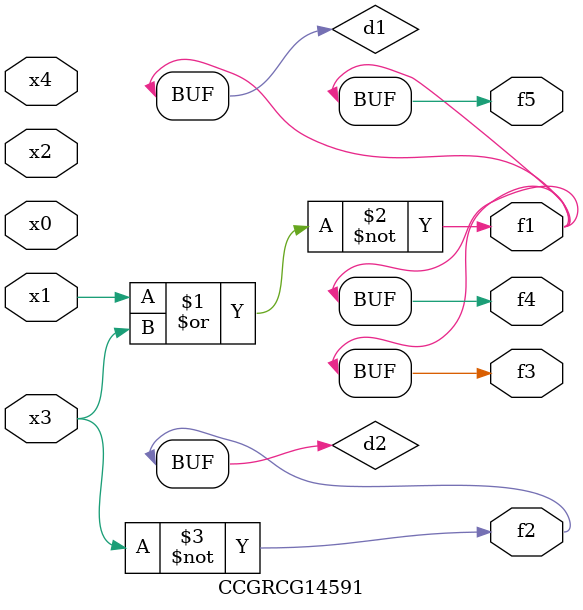
<source format=v>
module CCGRCG14591(
	input x0, x1, x2, x3, x4,
	output f1, f2, f3, f4, f5
);

	wire d1, d2;

	nor (d1, x1, x3);
	not (d2, x3);
	assign f1 = d1;
	assign f2 = d2;
	assign f3 = d1;
	assign f4 = d1;
	assign f5 = d1;
endmodule

</source>
